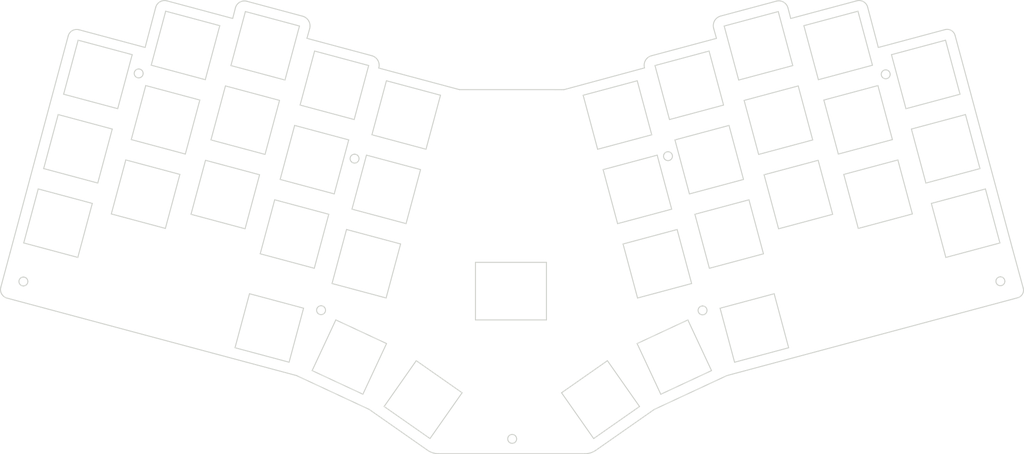
<source format=kicad_pcb>
(kicad_pcb (version 20171130) (host pcbnew "(5.1.10)-1")

  (general
    (thickness 1.6)
    (drawings 262)
    (tracks 0)
    (zones 0)
    (modules 0)
    (nets 1)
  )

  (page A4)
  (layers
    (0 F.Cu signal)
    (31 B.Cu signal)
    (32 B.Adhes user)
    (33 F.Adhes user)
    (34 B.Paste user)
    (35 F.Paste user)
    (36 B.SilkS user)
    (37 F.SilkS user)
    (38 B.Mask user)
    (39 F.Mask user)
    (40 Dwgs.User user)
    (41 Cmts.User user)
    (42 Eco1.User user)
    (43 Eco2.User user)
    (44 Edge.Cuts user)
    (45 Margin user)
    (46 B.CrtYd user)
    (47 F.CrtYd user)
    (48 B.Fab user)
    (49 F.Fab user)
  )

  (setup
    (last_trace_width 0.254)
    (trace_clearance 0.2)
    (zone_clearance 0.508)
    (zone_45_only no)
    (trace_min 0.2)
    (via_size 0.8)
    (via_drill 0.4)
    (via_min_size 0.4)
    (via_min_drill 0.3)
    (uvia_size 0.3)
    (uvia_drill 0.1)
    (uvias_allowed no)
    (uvia_min_size 0.2)
    (uvia_min_drill 0.1)
    (edge_width 0.05)
    (segment_width 0.2)
    (pcb_text_width 0.3)
    (pcb_text_size 1.5 1.5)
    (mod_edge_width 0.12)
    (mod_text_size 1 1)
    (mod_text_width 0.15)
    (pad_size 1.524 1.524)
    (pad_drill 0.762)
    (pad_to_mask_clearance 0)
    (aux_axis_origin 0 0)
    (visible_elements 7FFFFFFF)
    (pcbplotparams
      (layerselection 0x010fc_ffffffff)
      (usegerberextensions false)
      (usegerberattributes true)
      (usegerberadvancedattributes true)
      (creategerberjobfile true)
      (excludeedgelayer true)
      (linewidth 0.100000)
      (plotframeref false)
      (viasonmask false)
      (mode 1)
      (useauxorigin false)
      (hpglpennumber 1)
      (hpglpenspeed 20)
      (hpglpendiameter 15.000000)
      (psnegative false)
      (psa4output false)
      (plotreference true)
      (plotvalue true)
      (plotinvisibletext false)
      (padsonsilk false)
      (subtractmaskfromsilk false)
      (outputformat 1)
      (mirror false)
      (drillshape 0)
      (scaleselection 1)
      (outputdirectory "gerbers/"))
  )

  (net 0 "")

  (net_class Default "This is the default net class."
    (clearance 0.2)
    (trace_width 0.254)
    (via_dia 0.8)
    (via_drill 0.4)
    (uvia_dia 0.3)
    (uvia_drill 0.1)
  )

  (net_class Power ""
    (clearance 0.2)
    (trace_width 0.381)
    (via_dia 0.8)
    (via_drill 0.4)
    (uvia_dia 0.3)
    (uvia_drill 0.1)
  )

  (gr_line (start 55.7063 49.607) (end 58.318218 39.704607) (layer Edge.Cuts) (width 0.25))
  (gr_line (start 164.111585 149.860701) (end 128.03472 149.85826) (layer Edge.Cuts) (width 0.25))
  (gr_curve (pts (xy 231.132634 38.092857) (xy 231.694717 37.94225) (xy 232.293636 38.021696) (xy 232.797015 38.313636)) (layer Edge.Cuts) (width 0.25))
  (gr_curve (pts (xy 213.085583 38.417296) (xy 213.626006 38.731684) (xy 214.018675 39.24868) (xy 214.176519 39.853644)) (layer Edge.Cuts) (width 0.25))
  (gr_line (start 258.791999 59.3352) (end 269.4473 99.022703) (layer Edge.Cuts) (width 0.25))
  (gr_curve (pts (xy 147.288496 146.20193) (xy 147.288496 145.910385) (xy 147.172681 145.630782) (xy 146.966527 145.424628)) (layer Edge.Cuts) (width 0.25))
  (gr_line (start 61.074664 38.105979) (end 77.29376 42.45182) (layer Edge.Cuts) (width 0.25))
  (gr_curve (pts (xy 196.083701 43.011532) (xy 196.408426 42.440752) (xy 196.948236 42.023813) (xy 197.582547 41.853852)) (layer Edge.Cuts) (width 0.25))
  (gr_line (start 146.189225 145.102659) (end 146.189225 145.102659) (layer Edge.Cuts) (width 0.25))
  (gr_curve (pts (xy 79.023605 38.438572) (xy 79.549669 38.131216) (xy 80.176798 38.046992) (xy 80.765315 38.204661)) (layer Edge.Cuts) (width 0.25))
  (gr_line (start 255.369121 46.6342) (end 258.791999 59.3352) (layer Edge.Cuts) (width 0.25))
  (gr_curve (pts (xy 232.797015 38.313636) (xy 233.300394 38.605574) (xy 233.66678 39.085969) (xy 233.815192 39.648634)) (layer Edge.Cuts) (width 0.25))
  (gr_line (start 214.176519 39.853644) (end 214.855085 42.45436) (layer Edge.Cuts) (width 0.25))
  (gr_line (start 20.132101 108.783295) (end 22.43992 100.175863) (layer Edge.Cuts) (width 0.25))
  (gr_line (start 180.515347 51.655333) (end 196.549303 47.3591) (layer Edge.Cuts) (width 0.25))
  (gr_line (start 199.124865 130.577123) (end 181.207703 138.933723) (layer Edge.Cuts) (width 0.25))
  (gr_curve (pts (xy 195.854397 44.891474) (xy 195.676391 44.259374) (xy 195.758975 43.582312) (xy 196.083701 43.011532)) (layer Edge.Cuts) (width 0.25))
  (gr_line (start 39.387148 45.234955) (end 55.7063 49.607) (layer Edge.Cuts) (width 0.25))
  (gr_curve (pts (xy 270.808486 111.372673) (xy 261.603195 113.838764) (xy 220.713201 124.793494) (xy 199.124865 130.577123)) (layer Edge.Cuts) (width 0.25))
  (gr_curve (pts (xy 59.36444 38.332838) (xy 59.881683 38.032858) (xy 60.4971 37.951224) (xy 61.074664 38.105979)) (layer Edge.Cuts) (width 0.25))
  (gr_line (start 236.442537 49.60954) (end 252.886739 45.203384) (layer Edge.Cuts) (width 0.25))
  (gr_curve (pts (xy 252.886739 45.203384) (xy 253.967225 44.913867) (xy 255.078047 45.554132) (xy 255.369121 46.6342)) (layer Edge.Cuts) (width 0.25))
  (gr_line (start 22.43992 100.175863) (end 33.709897 58.08552) (layer Edge.Cuts) (width 0.25))
  (gr_line (start 181.207703 138.933723) (end 166.822778 149.005978) (layer Edge.Cuts) (width 0.25))
  (gr_line (start 158.970003 60.01592) (end 178.815023 54.64636) (layer Edge.Cuts) (width 0.25))
  (gr_curve (pts (xy 36.745642 46.759941) (xy 37.054025 45.609445) (xy 38.236614 44.926716) (xy 39.387148 45.234955)) (layer Edge.Cuts) (width 0.25))
  (gr_curve (pts (xy 20.350825 110.445869) (xy 20.060294 109.942622) (xy 19.981615 109.344561) (xy 20.132101 108.783295)) (layer Edge.Cuts) (width 0.25))
  (gr_curve (pts (xy 178.815023 54.646358) (xy 178.639349 54.024125) (xy 178.720329 53.357445) (xy 179.039859 52.795363)) (layer Edge.Cuts) (width 0.25))
  (gr_line (start 133.171223 60.01084) (end 158.970003 60.01592) (layer Edge.Cuts) (width 0.25))
  (gr_curve (pts (xy 128.03472 149.85826) (xy 127.064687 149.858195) (xy 126.11816 149.559685) (xy 125.323593 149.003243)) (layer Edge.Cuts) (width 0.25))
  (gr_curve (pts (xy 272.167818 109.000056) (xy 272.449682 110.033793) (xy 271.841072 111.096039) (xy 270.808486 111.372673)) (layer Edge.Cuts) (width 0.25))
  (gr_line (start 214.855085 42.45436) (end 231.132634 38.092857) (layer Edge.Cuts) (width 0.25))
  (gr_line (start 197.582547 41.853852) (end 211.297731 38.178926) (layer Edge.Cuts) (width 0.25))
  (gr_line (start 196.549303 47.3591) (end 195.854397 44.891474) (layer Edge.Cuts) (width 0.25))
  (gr_curve (pts (xy 166.822778 149.005978) (xy 166.028172 149.562358) (xy 165.081614 149.860767) (xy 164.111585 149.860701)) (layer Edge.Cuts) (width 0.25))
  (gr_curve (pts (xy 146.966527 145.424628) (xy 146.760374 145.218475) (xy 146.48077 145.102659) (xy 146.189225 145.102659)) (layer Edge.Cuts) (width 0.25))
  (gr_line (start 96.26741 44.952462) (end 95.597 47.35656) (layer Edge.Cuts) (width 0.25))
  (gr_curve (pts (xy 113.083874 52.803032) (xy 113.407521 53.376841) (xy 113.486619 54.056758) (xy 113.30334 54.68954)) (layer Edge.Cuts) (width 0.25))
  (gr_curve (pts (xy 96.032449 43.056429) (xy 96.360733 43.631735) (xy 96.445334 44.314426) (xy 96.26741 44.952462)) (layer Edge.Cuts) (width 0.25))
  (gr_curve (pts (xy 58.318218 39.704607) (xy 58.470718 39.126444) (xy 58.847196 38.632819) (xy 59.36444 38.332838)) (layer Edge.Cuts) (width 0.25))
  (gr_line (start 125.323593 149.003243) (end 110.94114 138.931079) (layer Edge.Cuts) (width 0.25))
  (gr_line (start 269.4473 99.022703) (end 272.167818 109.000056) (layer Edge.Cuts) (width 0.25))
  (gr_curve (pts (xy 21.681235 111.466653) (xy 21.11993 111.316312) (xy 20.641355 110.949116) (xy 20.350825 110.445869)) (layer Edge.Cuts) (width 0.25))
  (gr_line (start 233.815192 39.648634) (end 236.442537 49.60954) (layer Edge.Cuts) (width 0.25))
  (gr_line (start 178.815023 54.64636) (end 178.815023 54.646358) (layer Edge.Cuts) (width 0.25))
  (gr_curve (pts (xy 146.609898 147.217524) (xy 147.020668 147.047378) (xy 147.288496 146.646544) (xy 147.288496 146.20193)) (layer Edge.Cuts) (width 0.25))
  (gr_curve (pts (xy 111.582917 51.639329) (xy 112.219265 51.809813) (xy 112.760226 52.229224) (xy 113.083874 52.803032)) (layer Edge.Cuts) (width 0.25))
  (gr_curve (pts (xy 77.964607 39.840996) (xy 78.116233 39.250893) (xy 78.497541 38.745929) (xy 79.023605 38.438572)) (layer Edge.Cuts) (width 0.25))
  (gr_line (start 80.765315 38.204661) (end 94.519644 41.889568) (layer Edge.Cuts) (width 0.25))
  (gr_line (start 33.709897 58.08552) (end 36.745642 46.759941) (layer Edge.Cuts) (width 0.25))
  (gr_curve (pts (xy 211.297731 38.178926) (xy 211.901645 38.01711) (xy 212.545161 38.102908) (xy 213.085583 38.417296)) (layer Edge.Cuts) (width 0.25))
  (gr_curve (pts (xy 179.039859 52.795363) (xy 179.359389 52.233281) (xy 179.89082 51.822672) (xy 180.515347 51.655333)) (layer Edge.Cuts) (width 0.25))
  (gr_line (start 93.02144 130.574479) (end 21.681235 111.466653) (layer Edge.Cuts) (width 0.25))
  (gr_line (start 110.94114 138.931079) (end 93.02144 130.574479) (layer Edge.Cuts) (width 0.25))
  (gr_line (start 266.539 106.202559) (end 266.539 106.202559) (layer Edge.Cuts) (width 0.25))
  (gr_curve (pts (xy 94.519644 41.889568) (xy 95.159459 42.06098) (xy 95.704165 42.481124) (xy 96.032449 43.056429)) (layer Edge.Cuts) (width 0.25))
  (gr_line (start 77.29376 42.45182) (end 77.964607 39.840996) (layer Edge.Cuts) (width 0.25))
  (gr_curve (pts (xy 185.698386 76.43194) (xy 185.698386 75.82483) (xy 185.206226 75.332669) (xy 184.599116 75.332669)) (layer Edge.Cuts) (width 0.25))
  (gr_curve (pts (xy 24.599977 107.361774) (xy 24.599977 107.968885) (xy 25.092137 108.461045) (xy 25.699248 108.461045)) (layer Edge.Cuts) (width 0.25))
  (gr_line (start 184.599116 75.332669) (end 184.599116 75.332669) (layer Edge.Cuts) (width 0.25))
  (gr_curve (pts (xy 54.119054 54.912567) (xy 53.67444 54.912567) (xy 53.273606 55.180395) (xy 53.10346 55.591165)) (layer Edge.Cuts) (width 0.25))
  (gr_curve (pts (xy 193.539962 115.507399) (xy 193.950731 115.337253) (xy 194.21856 114.936419) (xy 194.21856 114.491806)) (layer Edge.Cuts) (width 0.25))
  (gr_curve (pts (xy 108.116463 76.264492) (xy 107.91031 76.058339) (xy 107.630706 75.942523) (xy 107.339161 75.942523)) (layer Edge.Cuts) (width 0.25))
  (gr_curve (pts (xy 99.079081 113.342499) (xy 98.634467 113.342499) (xy 98.233633 113.610328) (xy 98.063487 114.021097)) (layer Edge.Cuts) (width 0.25))
  (gr_curve (pts (xy 26.47655 106.584472) (xy 26.270397 106.378319) (xy 25.990793 106.262503) (xy 25.699248 106.262503)) (layer Edge.Cuts) (width 0.25))
  (gr_line (start 74.1086 44.22982) (end 70.53736 57.55974) (layer Edge.Cuts) (width 0.25))
  (gr_curve (pts (xy 106.323567 76.621121) (xy 106.153421 77.031891) (xy 106.24747 77.504707) (xy 106.561859 77.819096)) (layer Edge.Cuts) (width 0.25))
  (gr_line (start 54.119054 54.912567) (end 54.119054 54.912567) (layer Edge.Cuts) (width 0.25))
  (gr_curve (pts (xy 183.583522 76.011267) (xy 183.413376 76.422037) (xy 183.507424 76.894853) (xy 183.821814 77.209242)) (layer Edge.Cuts) (width 0.25))
  (gr_curve (pts (xy 194.21856 114.491806) (xy 194.21856 113.884695) (xy 193.7264 113.392535) (xy 193.119289 113.392535)) (layer Edge.Cuts) (width 0.25))
  (gr_curve (pts (xy 193.119289 113.392535) (xy 192.674676 113.392535) (xy 192.273841 113.660363) (xy 192.103695 114.071133)) (layer Edge.Cuts) (width 0.25))
  (gr_curve (pts (xy 185.019788 77.447534) (xy 185.430558 77.277388) (xy 185.698386 76.876554) (xy 185.698386 76.43194)) (layer Edge.Cuts) (width 0.25))
  (gr_curve (pts (xy 106.561859 77.819096) (xy 106.876248 78.133485) (xy 107.349064 78.227534) (xy 107.759834 78.057388)) (layer Edge.Cuts) (width 0.25))
  (gr_curve (pts (xy 55.218325 56.011838) (xy 55.218325 55.720293) (xy 55.102509 55.44069) (xy 54.896356 55.234535)) (layer Edge.Cuts) (width 0.25))
  (gr_curve (pts (xy 107.339161 75.942523) (xy 106.894547 75.942523) (xy 106.493713 76.210352) (xy 106.323567 76.621121)) (layer Edge.Cuts) (width 0.25))
  (gr_curve (pts (xy 53.341752 56.78914) (xy 53.656141 57.103529) (xy 54.128957 57.197578) (xy 54.539727 57.027432)) (layer Edge.Cuts) (width 0.25))
  (gr_line (start 93.7555 44.31618) (end 80.42558 40.74494) (layer Edge.Cuts) (width 0.25))
  (gr_curve (pts (xy 183.821814 77.209242) (xy 184.136203 77.523631) (xy 184.609019 77.61768) (xy 185.019788 77.447534)) (layer Edge.Cuts) (width 0.25))
  (gr_curve (pts (xy 98.063487 114.021097) (xy 97.893341 114.431867) (xy 97.98739 114.904683) (xy 98.301779 115.219072)) (layer Edge.Cuts) (width 0.25))
  (gr_curve (pts (xy 99.499754 115.457364) (xy 99.910523 115.287218) (xy 100.178352 114.886384) (xy 100.178352 114.44177)) (layer Edge.Cuts) (width 0.25))
  (gr_curve (pts (xy 25.699248 108.461045) (xy 26.306359 108.461045) (xy 26.798519 107.968885) (xy 26.798519 107.361774)) (layer Edge.Cuts) (width 0.25))
  (gr_line (start 74.1086 44.22982) (end 60.77868 40.65604) (layer Edge.Cuts) (width 0.25))
  (gr_line (start 107.339161 75.942523) (end 107.339161 75.942523) (layer Edge.Cuts) (width 0.25))
  (gr_line (start 35.61744 61.14368) (end 39.19122 47.81376) (layer Edge.Cuts) (width 0.25))
  (gr_curve (pts (xy 108.438432 77.041794) (xy 108.438432 76.750249) (xy 108.322616 76.470646) (xy 108.116463 76.264492)) (layer Edge.Cuts) (width 0.25))
  (gr_curve (pts (xy 26.798519 107.361774) (xy 26.798519 107.070229) (xy 26.682703 106.790626) (xy 26.47655 106.584472)) (layer Edge.Cuts) (width 0.25))
  (gr_curve (pts (xy 54.896356 55.234535) (xy 54.690203 55.028383) (xy 54.410599 54.912567) (xy 54.119054 54.912567)) (layer Edge.Cuts) (width 0.25))
  (gr_curve (pts (xy 265.523405 106.881157) (xy 265.35326 107.291927) (xy 265.447309 107.764743) (xy 265.761697 108.079132)) (layer Edge.Cuts) (width 0.25))
  (gr_line (start 52.52114 51.385) (end 48.94736 64.71492) (layer Edge.Cuts) (width 0.25))
  (gr_line (start 25.699248 106.262503) (end 25.699248 106.262503) (layer Edge.Cuts) (width 0.25))
  (gr_curve (pts (xy 54.539727 57.027432) (xy 54.950496 56.857286) (xy 55.218325 56.456452) (xy 55.218325 56.011838)) (layer Edge.Cuts) (width 0.25))
  (gr_line (start 57.20744 53.98596) (end 60.77868 40.65604) (layer Edge.Cuts) (width 0.25))
  (gr_curve (pts (xy 145.411924 146.979232) (xy 145.726313 147.293621) (xy 146.199129 147.38767) (xy 146.609898 147.217524)) (layer Edge.Cuts) (width 0.25))
  (gr_curve (pts (xy 266.959673 108.317424) (xy 267.370441 108.147278) (xy 267.63827 107.746444) (xy 267.63827 107.30183)) (layer Edge.Cuts) (width 0.25))
  (gr_curve (pts (xy 265.761697 108.079132) (xy 266.076086 108.393521) (xy 266.548903 108.48757) (xy 266.959673 108.317424)) (layer Edge.Cuts) (width 0.25))
  (gr_curve (pts (xy 192.341987 115.269107) (xy 192.656376 115.583497) (xy 193.129192 115.677546) (xy 193.539962 115.507399)) (layer Edge.Cuts) (width 0.25))
  (gr_curve (pts (xy 145.173632 145.781257) (xy 145.003485 146.192027) (xy 145.097534 146.664843) (xy 145.411924 146.979232)) (layer Edge.Cuts) (width 0.25))
  (gr_curve (pts (xy 267.316302 106.524528) (xy 267.110149 106.318375) (xy 266.830544 106.202559) (xy 266.539 106.202559)) (layer Edge.Cuts) (width 0.25))
  (gr_curve (pts (xy 266.539 106.202559) (xy 266.094386 106.202559) (xy 265.693552 106.470388) (xy 265.523405 106.881157)) (layer Edge.Cuts) (width 0.25))
  (gr_curve (pts (xy 192.103695 114.071133) (xy 191.933549 114.481902) (xy 192.027598 114.954718) (xy 192.341987 115.269107)) (layer Edge.Cuts) (width 0.25))
  (gr_line (start 99.079081 113.342499) (end 99.079081 113.342499) (layer Edge.Cuts) (width 0.25))
  (gr_curve (pts (xy 184.599116 75.332669) (xy 184.154502 75.332669) (xy 183.753668 75.600498) (xy 183.583522 76.011267)) (layer Edge.Cuts) (width 0.25))
  (gr_curve (pts (xy 100.178352 114.44177) (xy 100.178352 114.150225) (xy 100.062536 113.870622) (xy 99.856383 113.664468)) (layer Edge.Cuts) (width 0.25))
  (gr_curve (pts (xy 98.301779 115.219072) (xy 98.616168 115.533461) (xy 99.088984 115.62751) (xy 99.499754 115.457364)) (layer Edge.Cuts) (width 0.25))
  (gr_curve (pts (xy 25.699248 106.262503) (xy 25.092137 106.262503) (xy 24.599977 106.754664) (xy 24.599977 107.361774)) (layer Edge.Cuts) (width 0.25))
  (gr_line (start 57.20744 53.98596) (end 70.53736 57.55974) (layer Edge.Cuts) (width 0.25))
  (gr_line (start 52.52114 51.385) (end 39.19122 47.81376) (layer Edge.Cuts) (width 0.25))
  (gr_line (start 35.61744 61.14368) (end 48.94736 64.71492) (layer Edge.Cuts) (width 0.25))
  (gr_curve (pts (xy 99.856383 113.664468) (xy 99.65023 113.458315) (xy 99.370626 113.342499) (xy 99.079081 113.342499)) (layer Edge.Cuts) (width 0.25))
  (gr_curve (pts (xy 237.253465 55.811181) (xy 237.083319 56.22195) (xy 237.177368 56.694766) (xy 237.491757 57.009155)) (layer Edge.Cuts) (width 0.25))
  (gr_curve (pts (xy 107.759834 78.057388) (xy 108.170603 77.887242) (xy 108.438432 77.486408) (xy 108.438432 77.041794)) (layer Edge.Cuts) (width 0.25))
  (gr_curve (pts (xy 146.189225 145.102659) (xy 145.744612 145.102659) (xy 145.343778 145.370488) (xy 145.173632 145.781257)) (layer Edge.Cuts) (width 0.25))
  (gr_line (start 238.269059 55.132583) (end 238.269059 55.132583) (layer Edge.Cuts) (width 0.25))
  (gr_curve (pts (xy 267.63827 107.30183) (xy 267.63827 107.010285) (xy 267.522455 106.730682) (xy 267.316302 106.524528)) (layer Edge.Cuts) (width 0.25))
  (gr_curve (pts (xy 237.491757 57.009155) (xy 237.806146 57.323545) (xy 238.278962 57.417594) (xy 238.689732 57.247447)) (layer Edge.Cuts) (width 0.25))
  (gr_curve (pts (xy 53.10346 55.591165) (xy 52.933314 56.001935) (xy 53.027363 56.474751) (xy 53.341752 56.78914)) (layer Edge.Cuts) (width 0.25))
  (gr_line (start 193.119289 113.392535) (end 193.119289 113.392535) (layer Edge.Cuts) (width 0.25))
  (gr_curve (pts (xy 239.046361 55.454552) (xy 238.840208 55.248398) (xy 238.560604 55.132583) (xy 238.269059 55.132583)) (layer Edge.Cuts) (width 0.25))
  (gr_curve (pts (xy 239.36833 56.231854) (xy 239.36833 55.940309) (xy 239.252514 55.660705) (xy 239.046361 55.454552)) (layer Edge.Cuts) (width 0.25))
  (gr_curve (pts (xy 238.689732 57.247447) (xy 239.100501 57.077301) (xy 239.36833 56.676467) (xy 239.36833 56.231854)) (layer Edge.Cuts) (width 0.25))
  (gr_curve (pts (xy 238.269059 55.132583) (xy 237.824446 55.132583) (xy 237.423611 55.400411) (xy 237.253465 55.811181)) (layer Edge.Cuts) (width 0.25))
  (gr_line (start 95.597 47.35656) (end 111.582917 51.639329) (layer Edge.Cuts) (width 0.25))
  (gr_line (start 113.30334 54.68954) (end 133.171223 60.01084) (layer Edge.Cuts) (width 0.25))
  (gr_line (start 47.37256 90.6915) (end 50.9438 77.36158) (layer Edge.Cuts) (width 0.25))
  (gr_line (start 67.016919 90.7804) (end 80.34684 94.35164) (layer Edge.Cuts) (width 0.25))
  (gr_line (start 83.92062 81.02172) (end 70.5907 77.45048) (layer Edge.Cuts) (width 0.25))
  (gr_line (start 47.37256 90.6915) (end 60.69994 94.26274) (layer Edge.Cuts) (width 0.25))
  (gr_line (start 64.27372 80.93282) (end 60.69994 94.26274) (layer Edge.Cuts) (width 0.25))
  (gr_line (start 182.8206 135.18468) (end 195.32756 129.35284) (layer Edge.Cuts) (width 0.25))
  (gr_line (start 210.77076 110.38158) (end 197.44084 113.95282) (layer Edge.Cuts) (width 0.25))
  (gr_line (start 84.07556 100.52638) (end 97.40548 104.09762) (layer Edge.Cuts) (width 0.25))
  (gr_line (start 88.993 82.17488) (end 92.56678 68.84496) (layer Edge.Cuts) (width 0.25))
  (gr_line (start 194.72304 50.49346) (end 181.39312 54.06724) (layer Edge.Cuts) (width 0.25))
  (gr_line (start 88.993 82.17488) (end 102.32292 85.74612) (layer Edge.Cuts) (width 0.25))
  (gr_line (start 93.91044 63.82084) (end 97.48422 50.49092) (layer Edge.Cuts) (width 0.25))
  (gr_line (start 110.81414 54.0647) (end 97.48422 50.49092) (layer Edge.Cuts) (width 0.25))
  (gr_line (start 93.91044 63.82084) (end 107.24036 67.39462) (layer Edge.Cuts) (width 0.25))
  (gr_line (start 184.96436 67.39462) (end 198.29428 63.82338) (layer Edge.Cuts) (width 0.25))
  (gr_line (start 184.96436 67.39462) (end 181.39312 54.06724) (layer Edge.Cuts) (width 0.25))
  (gr_line (start 204.55792 87.199) (end 191.228 90.77024) (layer Edge.Cuts) (width 0.25))
  (gr_line (start 67.016919 90.7804) (end 70.5907 77.45048) (layer Edge.Cuts) (width 0.25))
  (gr_line (start 186.85158 94.53198) (end 173.52166 98.10322) (layer Edge.Cuts) (width 0.25))
  (gr_line (start 186.85158 94.53198) (end 190.42282 107.8619) (layer Edge.Cuts) (width 0.25))
  (gr_line (start 204.55792 87.199) (end 208.12916 100.52892) (layer Edge.Cuts) (width 0.25))
  (gr_line (start 211.85788 94.35418) (end 225.1878 90.78294) (layer Edge.Cuts) (width 0.25))
  (gr_line (start 105.8967 72.4162) (end 102.32292 85.74612) (layer Edge.Cuts) (width 0.25))
  (gr_line (start 262.850919 84.52184) (end 249.521 88.09308) (layer Edge.Cuts) (width 0.25))
  (gr_line (start 100.97926 90.77024) (end 87.64934 87.19646) (layer Edge.Cuts) (width 0.25))
  (gr_line (start 221.61656 77.45302) (end 225.1878 90.78294) (layer Edge.Cuts) (width 0.25))
  (gr_line (start 169.66594 126.90428) (end 177.58058 138.20982) (layer Edge.Cuts) (width 0.25))
  (gr_line (start 96.8797 129.3503) (end 109.38666 135.18214) (layer Edge.Cuts) (width 0.25))
  (gr_line (start 166.27504 146.12446) (end 177.58058 138.20982) (layer Edge.Cuts) (width 0.25))
  (gr_line (start 231.50478 94.26528) (end 244.8347 90.69404) (layer Edge.Cuts) (width 0.25))
  (gr_line (start 231.50478 94.26528) (end 227.93354 80.93536) (layer Edge.Cuts) (width 0.25))
  (gr_line (start 114.62668 138.20728) (end 125.92968 146.12192) (layer Edge.Cuts) (width 0.25))
  (gr_line (start 115.2185 122.67518) (end 109.38666 135.18214) (layer Edge.Cuts) (width 0.25))
  (gr_line (start 118.68306 98.10068) (end 105.35314 94.52944) (layer Edge.Cuts) (width 0.25))
  (gr_line (start 241.26346 77.36412) (end 227.93354 80.93536) (layer Edge.Cuts) (width 0.25))
  (gr_line (start 189.49318 116.84588) (end 176.98622 122.67772) (layer Edge.Cuts) (width 0.25))
  (gr_line (start 133.844319 134.81892) (end 125.92968 146.12192) (layer Edge.Cuts) (width 0.25))
  (gr_line (start 201.01208 127.28274) (end 197.44084 113.95282) (layer Edge.Cuts) (width 0.25))
  (gr_line (start 194.79924 104.10016) (end 191.228 90.77024) (layer Edge.Cuts) (width 0.25))
  (gr_line (start 96.8797 129.3503) (end 102.71154 116.84334) (layer Edge.Cuts) (width 0.25))
  (gr_line (start 101.7819 107.85936) (end 105.35314 94.52944) (layer Edge.Cuts) (width 0.25))
  (gr_line (start 194.79924 104.10016) (end 208.12916 100.52892) (layer Edge.Cuts) (width 0.25))
  (gr_line (start 94.76642 113.95028) (end 91.19518 127.2802) (layer Edge.Cuts) (width 0.25))
  (gr_line (start 101.7819 107.85936) (end 115.11182 111.4306) (layer Edge.Cuts) (width 0.25))
  (gr_line (start 115.2185 122.67518) (end 102.71154 116.84334) (layer Edge.Cuts) (width 0.25))
  (gr_line (start 110.81414 54.0647) (end 107.24036 67.39462) (layer Edge.Cuts) (width 0.25))
  (gr_line (start 83.92062 81.02172) (end 80.34684 94.35164) (layer Edge.Cuts) (width 0.25))
  (gr_line (start 118.68306 98.10068) (end 115.11182 111.4306) (layer Edge.Cuts) (width 0.25))
  (gr_line (start 177.09544 111.43314) (end 190.42282 107.8619) (layer Edge.Cuts) (width 0.25))
  (gr_line (start 177.09544 111.43314) (end 173.52166 98.10322) (layer Edge.Cuts) (width 0.25))
  (gr_line (start 211.85788 94.35418) (end 208.28664 81.02426) (layer Edge.Cuts) (width 0.25))
  (gr_line (start 241.26346 77.36412) (end 244.8347 90.69404) (layer Edge.Cuts) (width 0.25))
  (gr_line (start 194.72304 50.49346) (end 198.29428 63.82338) (layer Edge.Cuts) (width 0.25))
  (gr_line (start 253.09224 101.423) (end 249.521 88.09308) (layer Edge.Cuts) (width 0.25))
  (gr_line (start 94.76642 113.95028) (end 81.4365 110.37904) (layer Edge.Cuts) (width 0.25))
  (gr_line (start 77.86526 123.70896) (end 91.19518 127.2802) (layer Edge.Cuts) (width 0.25))
  (gr_line (start 114.62668 138.20728) (end 122.54132 126.90174) (layer Edge.Cuts) (width 0.25))
  (gr_line (start 166.27504 146.12446) (end 158.3604 134.82146) (layer Edge.Cuts) (width 0.25))
  (gr_line (start 221.61656 77.45302) (end 208.28664 81.02426) (layer Edge.Cuts) (width 0.25))
  (gr_line (start 253.09224 101.423) (end 266.42216 97.85176) (layer Edge.Cuts) (width 0.25))
  (gr_line (start 262.850919 84.52184) (end 266.42216 97.85176) (layer Edge.Cuts) (width 0.25))
  (gr_line (start 77.86526 123.70896) (end 81.4365 110.37904) (layer Edge.Cuts) (width 0.25))
  (gr_line (start 133.844319 134.81892) (end 122.54132 126.90174) (layer Edge.Cuts) (width 0.25))
  (gr_line (start 182.8206 135.18468) (end 176.98622 122.67772) (layer Edge.Cuts) (width 0.25))
  (gr_line (start 210.77076 110.38158) (end 214.342 123.7115) (layer Edge.Cuts) (width 0.25))
  (gr_line (start 201.01208 127.28274) (end 214.342 123.7115) (layer Edge.Cuts) (width 0.25))
  (gr_line (start 105.8967 72.4162) (end 92.56678 68.84496) (layer Edge.Cuts) (width 0.25))
  (gr_line (start 189.49318 116.84588) (end 195.32756 129.35284) (layer Edge.Cuts) (width 0.25))
  (gr_line (start 169.66594 126.90428) (end 158.3604 134.82146) (layer Edge.Cuts) (width 0.25))
  (gr_line (start 137.1387 102.63966) (end 154.63676 102.63966) (layer Edge.Cuts) (width 0.25))
  (gr_line (start 84.07556 100.52638) (end 87.64934 87.19646) (layer Edge.Cuts) (width 0.25))
  (gr_line (start 100.97926 90.77024) (end 97.40548 104.09762) (layer Edge.Cuts) (width 0.25))
  (gr_line (start 154.63676 116.8408) (end 137.1387 116.8408) (layer Edge.Cuts) (width 0.25))
  (gr_line (start 154.63676 116.8408) (end 154.63676 102.63966) (layer Edge.Cuts) (width 0.25))
  (gr_line (start 137.1387 102.63966) (end 137.1387 116.8408) (layer Edge.Cuts) (width 0.25))
  (gr_line (start 206.94044 76.00014) (end 203.3692 62.67276) (layer Edge.Cuts) (width 0.25))
  (gr_line (start 248.1748 83.06896) (end 244.60356 69.73904) (layer Edge.Cuts) (width 0.25))
  (gr_line (start 172.17546 93.08164) (end 168.60422 79.75172) (layer Edge.Cuts) (width 0.25))
  (gr_line (start 226.58734 75.91378) (end 239.91726 72.34254) (layer Edge.Cuts) (width 0.25))
  (gr_line (start 216.69912 59.09898) (end 203.3692 62.67276) (layer Edge.Cuts) (width 0.25))
  (gr_line (start 88.83806 62.67022) (end 85.26428 76.00014) (layer Edge.Cuts) (width 0.25))
  (gr_line (start 167.25802 74.7276) (end 163.68678 61.39768) (layer Edge.Cuts) (width 0.25))
  (gr_line (start 243.25736 64.71746) (end 239.68612 51.38754) (layer Edge.Cuts) (width 0.25))
  (gr_line (start 88.83806 62.67022) (end 75.50814 59.09644) (layer Edge.Cuts) (width 0.25))
  (gr_line (start 206.94044 76.00014) (end 220.27036 72.4289) (layer Edge.Cuts) (width 0.25))
  (gr_line (start 257.933479 66.1678) (end 261.504719 79.49772) (layer Edge.Cuts) (width 0.25))
  (gr_line (start 189.8818 85.74866) (end 186.31056 72.41874) (layer Edge.Cuts) (width 0.25))
  (gr_line (start 257.933479 66.1678) (end 244.60356 69.73904) (layer Edge.Cuts) (width 0.25))
  (gr_line (start 47.6037 69.73904) (end 44.02992 83.06642) (layer Edge.Cuts) (width 0.25))
  (gr_line (start 199.64048 68.8475) (end 186.31056 72.41874) (layer Edge.Cuts) (width 0.25))
  (gr_line (start 167.25802 74.7276) (end 180.58794 71.15636) (layer Edge.Cuts) (width 0.25))
  (gr_line (start 106.69934 89.50786) (end 120.02926 93.0791) (layer Edge.Cuts) (width 0.25))
  (gr_line (start 128.517939 61.39514) (end 124.9467 74.72506) (layer Edge.Cuts) (width 0.25))
  (gr_line (start 25.78256 97.84922) (end 39.11248 101.42046) (layer Edge.Cuts) (width 0.25))
  (gr_line (start 42.68626 88.09054) (end 29.35634 84.5193) (layer Edge.Cuts) (width 0.25))
  (gr_line (start 76.85434 54.07486) (end 90.18172 57.6461) (layer Edge.Cuts) (width 0.25))
  (gr_line (start 111.61678 71.15382) (end 124.9467 74.72506) (layer Edge.Cuts) (width 0.25))
  (gr_line (start 69.19116 62.58132) (end 65.61992 75.91124) (layer Edge.Cuts) (width 0.25))
  (gr_line (start 71.93436 72.42636) (end 75.50814 59.09644) (layer Edge.Cuts) (width 0.25))
  (gr_line (start 172.17546 93.08164) (end 185.50538 89.5104) (layer Edge.Cuts) (width 0.25))
  (gr_line (start 236.34602 59.01262) (end 223.0161 62.58386) (layer Edge.Cuts) (width 0.25))
  (gr_line (start 226.58734 75.91378) (end 223.0161 62.58386) (layer Edge.Cuts) (width 0.25))
  (gr_line (start 189.8818 85.74866) (end 203.21172 82.17742) (layer Edge.Cuts) (width 0.25))
  (gr_line (start 123.6005 79.74918) (end 120.02926 93.0791) (layer Edge.Cuts) (width 0.25))
  (gr_line (start 216.69912 59.09898) (end 220.27036 72.4289) (layer Edge.Cuts) (width 0.25))
  (gr_line (start 231.42858 40.65858) (end 218.09866 44.22982) (layer Edge.Cuts) (width 0.25))
  (gr_line (start 76.85434 54.07486) (end 80.42558 40.74494) (layer Edge.Cuts) (width 0.25))
  (gr_line (start 199.64048 68.8475) (end 203.21172 82.17742) (layer Edge.Cuts) (width 0.25))
  (gr_line (start 93.7555 44.31618) (end 90.18172 57.6461) (layer Edge.Cuts) (width 0.25))
  (gr_line (start 202.023 57.64864) (end 198.45176 44.31872) (layer Edge.Cuts) (width 0.25))
  (gr_line (start 69.19116 62.58132) (end 55.86124 59.01008) (layer Edge.Cuts) (width 0.25))
  (gr_line (start 181.93414 76.18048) (end 185.50538 89.5104) (layer Edge.Cuts) (width 0.25))
  (gr_line (start 64.27372 80.93282) (end 50.9438 77.36158) (layer Edge.Cuts) (width 0.25))
  (gr_line (start 211.78168 40.74748) (end 215.35292 54.0774) (layer Edge.Cuts) (width 0.25))
  (gr_line (start 128.517939 61.39514) (end 115.18802 57.8239) (layer Edge.Cuts) (width 0.25))
  (gr_line (start 253.01604 47.8163) (end 239.68612 51.38754) (layer Edge.Cuts) (width 0.25))
  (gr_line (start 111.61678 71.15382) (end 115.18802 57.8239) (layer Edge.Cuts) (width 0.25))
  (gr_line (start 177.0167 57.82644) (end 163.68678 61.39768) (layer Edge.Cuts) (width 0.25))
  (gr_line (start 177.0167 57.82644) (end 180.58794 71.15636) (layer Edge.Cuts) (width 0.25))
  (gr_line (start 231.42858 40.65858) (end 234.99982 53.9885) (layer Edge.Cuts) (width 0.25))
  (gr_line (start 52.29 72.34) (end 65.61992 75.91124) (layer Edge.Cuts) (width 0.25))
  (gr_line (start 243.25736 64.71746) (end 256.587279 61.14622) (layer Edge.Cuts) (width 0.25))
  (gr_line (start 30.7 79.49518) (end 44.02992 83.06642) (layer Edge.Cuts) (width 0.25))
  (gr_line (start 123.6005 79.74918) (end 110.27058 76.17794) (layer Edge.Cuts) (width 0.25))
  (gr_line (start 181.93414 76.18048) (end 168.60422 79.75172) (layer Edge.Cuts) (width 0.25))
  (gr_line (start 71.93436 72.42636) (end 85.26428 76.00014) (layer Edge.Cuts) (width 0.25))
  (gr_line (start 25.78256 97.84922) (end 29.35634 84.5193) (layer Edge.Cuts) (width 0.25))
  (gr_line (start 106.69934 89.50786) (end 110.27058 76.17794) (layer Edge.Cuts) (width 0.25))
  (gr_line (start 236.34602 59.01262) (end 239.91726 72.34254) (layer Edge.Cuts) (width 0.25))
  (gr_line (start 211.78168 40.74748) (end 198.45176 44.31872) (layer Edge.Cuts) (width 0.25))
  (gr_line (start 202.023 57.64864) (end 215.35292 54.0774) (layer Edge.Cuts) (width 0.25))
  (gr_line (start 42.68626 88.09054) (end 39.11248 101.42046) (layer Edge.Cuts) (width 0.25))
  (gr_line (start 221.6699 57.55974) (end 234.99982 53.9885) (layer Edge.Cuts) (width 0.25))
  (gr_line (start 221.6699 57.55974) (end 218.09866 44.22982) (layer Edge.Cuts) (width 0.25))
  (gr_line (start 253.01604 47.8163) (end 256.587279 61.14622) (layer Edge.Cuts) (width 0.25))
  (gr_line (start 47.6037 69.73904) (end 34.27378 66.16526) (layer Edge.Cuts) (width 0.25))
  (gr_line (start 248.1748 83.06896) (end 261.504719 79.49772) (layer Edge.Cuts) (width 0.25))
  (gr_line (start 30.7 79.49518) (end 34.27378 66.16526) (layer Edge.Cuts) (width 0.25))
  (gr_line (start 52.29 72.34) (end 55.86124 59.01008) (layer Edge.Cuts) (width 0.25))

)

</source>
